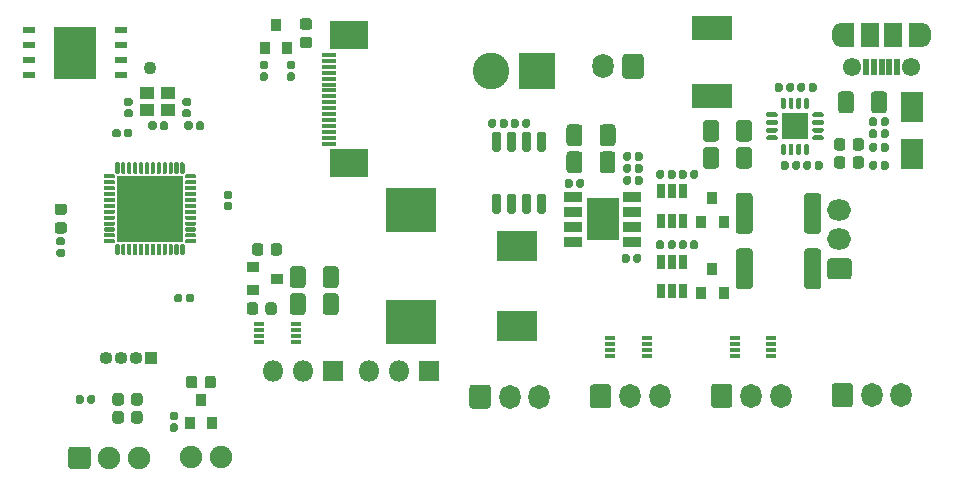
<source format=gts>
G04 #@! TF.GenerationSoftware,KiCad,Pcbnew,(5.1.6)-1*
G04 #@! TF.CreationDate,2021-02-25T15:27:45+08:00*
G04 #@! TF.ProjectId,Light_detector_V1.0,4c696768-745f-4646-9574-6563746f725f,rev?*
G04 #@! TF.SameCoordinates,Original*
G04 #@! TF.FileFunction,Soldermask,Top*
G04 #@! TF.FilePolarity,Negative*
%FSLAX46Y46*%
G04 Gerber Fmt 4.6, Leading zero omitted, Abs format (unit mm)*
G04 Created by KiCad (PCBNEW (5.1.6)-1) date 2021-02-25 15:27:45*
%MOMM*%
%LPD*%
G01*
G04 APERTURE LIST*
%ADD10O,1.800000X2.100000*%
%ADD11C,3.100000*%
%ADD12R,3.100000X3.100000*%
%ADD13R,1.250000X1.100000*%
%ADD14R,0.850000X0.350000*%
%ADD15R,3.550000X4.450000*%
%ADD16R,1.050000X0.550000*%
%ADD17C,1.900000*%
%ADD18R,5.700000X5.700000*%
%ADD19R,1.000000X0.900000*%
%ADD20R,2.200000X2.200000*%
%ADD21C,1.100000*%
%ADD22R,0.900000X1.000000*%
%ADD23R,4.200000X3.700000*%
%ADD24R,3.500000X2.100000*%
%ADD25O,1.800000X2.050000*%
%ADD26O,1.800000X1.800000*%
%ADD27R,1.800000X1.800000*%
%ADD28R,3.200000X2.400000*%
%ADD29R,1.200000X0.400000*%
%ADD30O,1.100000X1.100000*%
%ADD31R,1.100000X1.100000*%
%ADD32O,2.050000X1.800000*%
%ADD33R,1.300000X2.000000*%
%ADD34O,1.300000X2.000000*%
%ADD35R,1.600000X2.000000*%
%ADD36C,1.550000*%
%ADD37R,0.500000X1.450000*%
%ADD38R,2.713000X3.602000*%
%ADD39R,1.605000X0.902000*%
%ADD40R,0.700000X1.250000*%
%ADD41R,3.400000X2.600000*%
%ADD42R,1.900000X2.600000*%
G04 APERTURE END LIST*
G36*
G01*
X74216000Y-32121500D02*
X74216000Y-32516500D01*
G75*
G02*
X74043500Y-32689000I-172500J0D01*
G01*
X73698500Y-32689000D01*
G75*
G02*
X73526000Y-32516500I0J172500D01*
G01*
X73526000Y-32121500D01*
G75*
G02*
X73698500Y-31949000I172500J0D01*
G01*
X74043500Y-31949000D01*
G75*
G02*
X74216000Y-32121500I0J-172500D01*
G01*
G37*
G36*
G01*
X75186000Y-32121500D02*
X75186000Y-32516500D01*
G75*
G02*
X75013500Y-32689000I-172500J0D01*
G01*
X74668500Y-32689000D01*
G75*
G02*
X74496000Y-32516500I0J172500D01*
G01*
X74496000Y-32121500D01*
G75*
G02*
X74668500Y-31949000I172500J0D01*
G01*
X75013500Y-31949000D01*
G75*
G02*
X75186000Y-32121500I0J-172500D01*
G01*
G37*
G36*
G01*
X27861000Y-52695500D02*
X27861000Y-53090500D01*
G75*
G02*
X27688500Y-53263000I-172500J0D01*
G01*
X27343500Y-53263000D01*
G75*
G02*
X27171000Y-53090500I0J172500D01*
G01*
X27171000Y-52695500D01*
G75*
G02*
X27343500Y-52523000I172500J0D01*
G01*
X27688500Y-52523000D01*
G75*
G02*
X27861000Y-52695500I0J-172500D01*
G01*
G37*
G36*
G01*
X28831000Y-52695500D02*
X28831000Y-53090500D01*
G75*
G02*
X28658500Y-53263000I-172500J0D01*
G01*
X28313500Y-53263000D01*
G75*
G02*
X28141000Y-53090500I0J172500D01*
G01*
X28141000Y-52695500D01*
G75*
G02*
X28313500Y-52523000I172500J0D01*
G01*
X28658500Y-52523000D01*
G75*
G02*
X28831000Y-52695500I0J-172500D01*
G01*
G37*
G36*
G01*
X45597500Y-24940000D02*
X45202500Y-24940000D01*
G75*
G02*
X45030000Y-24767500I0J172500D01*
G01*
X45030000Y-24422500D01*
G75*
G02*
X45202500Y-24250000I172500J0D01*
G01*
X45597500Y-24250000D01*
G75*
G02*
X45770000Y-24422500I0J-172500D01*
G01*
X45770000Y-24767500D01*
G75*
G02*
X45597500Y-24940000I-172500J0D01*
G01*
G37*
G36*
G01*
X45597500Y-25910000D02*
X45202500Y-25910000D01*
G75*
G02*
X45030000Y-25737500I0J172500D01*
G01*
X45030000Y-25392500D01*
G75*
G02*
X45202500Y-25220000I172500J0D01*
G01*
X45597500Y-25220000D01*
G75*
G02*
X45770000Y-25392500I0J-172500D01*
G01*
X45770000Y-25737500D01*
G75*
G02*
X45597500Y-25910000I-172500J0D01*
G01*
G37*
G36*
G01*
X35691500Y-54658000D02*
X35296500Y-54658000D01*
G75*
G02*
X35124000Y-54485500I0J172500D01*
G01*
X35124000Y-54140500D01*
G75*
G02*
X35296500Y-53968000I172500J0D01*
G01*
X35691500Y-53968000D01*
G75*
G02*
X35864000Y-54140500I0J-172500D01*
G01*
X35864000Y-54485500D01*
G75*
G02*
X35691500Y-54658000I-172500J0D01*
G01*
G37*
G36*
G01*
X35691500Y-55628000D02*
X35296500Y-55628000D01*
G75*
G02*
X35124000Y-55455500I0J172500D01*
G01*
X35124000Y-55110500D01*
G75*
G02*
X35296500Y-54938000I172500J0D01*
G01*
X35691500Y-54938000D01*
G75*
G02*
X35864000Y-55110500I0J-172500D01*
G01*
X35864000Y-55455500D01*
G75*
G02*
X35691500Y-55628000I-172500J0D01*
G01*
G37*
G36*
G01*
X42916500Y-25220000D02*
X43311500Y-25220000D01*
G75*
G02*
X43484000Y-25392500I0J-172500D01*
G01*
X43484000Y-25737500D01*
G75*
G02*
X43311500Y-25910000I-172500J0D01*
G01*
X42916500Y-25910000D01*
G75*
G02*
X42744000Y-25737500I0J172500D01*
G01*
X42744000Y-25392500D01*
G75*
G02*
X42916500Y-25220000I172500J0D01*
G01*
G37*
G36*
G01*
X42916500Y-24250000D02*
X43311500Y-24250000D01*
G75*
G02*
X43484000Y-24422500I0J-172500D01*
G01*
X43484000Y-24767500D01*
G75*
G02*
X43311500Y-24940000I-172500J0D01*
G01*
X42916500Y-24940000D01*
G75*
G02*
X42744000Y-24767500I0J172500D01*
G01*
X42744000Y-24422500D01*
G75*
G02*
X42916500Y-24250000I172500J0D01*
G01*
G37*
G36*
G01*
X34303000Y-29915500D02*
X34303000Y-29520500D01*
G75*
G02*
X34475500Y-29348000I172500J0D01*
G01*
X34820500Y-29348000D01*
G75*
G02*
X34993000Y-29520500I0J-172500D01*
G01*
X34993000Y-29915500D01*
G75*
G02*
X34820500Y-30088000I-172500J0D01*
G01*
X34475500Y-30088000D01*
G75*
G02*
X34303000Y-29915500I0J172500D01*
G01*
G37*
G36*
G01*
X33333000Y-29915500D02*
X33333000Y-29520500D01*
G75*
G02*
X33505500Y-29348000I172500J0D01*
G01*
X33850500Y-29348000D01*
G75*
G02*
X34023000Y-29520500I0J-172500D01*
G01*
X34023000Y-29915500D01*
G75*
G02*
X33850500Y-30088000I-172500J0D01*
G01*
X33505500Y-30088000D01*
G75*
G02*
X33333000Y-29915500I0J172500D01*
G01*
G37*
G36*
G01*
X40266000Y-35928000D02*
X39871000Y-35928000D01*
G75*
G02*
X39698500Y-35755500I0J172500D01*
G01*
X39698500Y-35410500D01*
G75*
G02*
X39871000Y-35238000I172500J0D01*
G01*
X40266000Y-35238000D01*
G75*
G02*
X40438500Y-35410500I0J-172500D01*
G01*
X40438500Y-35755500D01*
G75*
G02*
X40266000Y-35928000I-172500J0D01*
G01*
G37*
G36*
G01*
X40266000Y-36898000D02*
X39871000Y-36898000D01*
G75*
G02*
X39698500Y-36725500I0J172500D01*
G01*
X39698500Y-36380500D01*
G75*
G02*
X39871000Y-36208000I172500J0D01*
G01*
X40266000Y-36208000D01*
G75*
G02*
X40438500Y-36380500I0J-172500D01*
G01*
X40438500Y-36725500D01*
G75*
G02*
X40266000Y-36898000I-172500J0D01*
G01*
G37*
G36*
G01*
X87831000Y-33278500D02*
X87831000Y-32883500D01*
G75*
G02*
X88003500Y-32711000I172500J0D01*
G01*
X88348500Y-32711000D01*
G75*
G02*
X88521000Y-32883500I0J-172500D01*
G01*
X88521000Y-33278500D01*
G75*
G02*
X88348500Y-33451000I-172500J0D01*
G01*
X88003500Y-33451000D01*
G75*
G02*
X87831000Y-33278500I0J172500D01*
G01*
G37*
G36*
G01*
X86861000Y-33278500D02*
X86861000Y-32883500D01*
G75*
G02*
X87033500Y-32711000I172500J0D01*
G01*
X87378500Y-32711000D01*
G75*
G02*
X87551000Y-32883500I0J-172500D01*
G01*
X87551000Y-33278500D01*
G75*
G02*
X87378500Y-33451000I-172500J0D01*
G01*
X87033500Y-33451000D01*
G75*
G02*
X86861000Y-33278500I0J172500D01*
G01*
G37*
G36*
G01*
X95324000Y-33278500D02*
X95324000Y-32883500D01*
G75*
G02*
X95496500Y-32711000I172500J0D01*
G01*
X95841500Y-32711000D01*
G75*
G02*
X96014000Y-32883500I0J-172500D01*
G01*
X96014000Y-33278500D01*
G75*
G02*
X95841500Y-33451000I-172500J0D01*
G01*
X95496500Y-33451000D01*
G75*
G02*
X95324000Y-33278500I0J172500D01*
G01*
G37*
G36*
G01*
X94354000Y-33278500D02*
X94354000Y-32883500D01*
G75*
G02*
X94526500Y-32711000I172500J0D01*
G01*
X94871500Y-32711000D01*
G75*
G02*
X95044000Y-32883500I0J-172500D01*
G01*
X95044000Y-33278500D01*
G75*
G02*
X94871500Y-33451000I-172500J0D01*
G01*
X94526500Y-33451000D01*
G75*
G02*
X94354000Y-33278500I0J172500D01*
G01*
G37*
G36*
G01*
X95324000Y-31754500D02*
X95324000Y-31359500D01*
G75*
G02*
X95496500Y-31187000I172500J0D01*
G01*
X95841500Y-31187000D01*
G75*
G02*
X96014000Y-31359500I0J-172500D01*
G01*
X96014000Y-31754500D01*
G75*
G02*
X95841500Y-31927000I-172500J0D01*
G01*
X95496500Y-31927000D01*
G75*
G02*
X95324000Y-31754500I0J172500D01*
G01*
G37*
G36*
G01*
X94354000Y-31754500D02*
X94354000Y-31359500D01*
G75*
G02*
X94526500Y-31187000I172500J0D01*
G01*
X94871500Y-31187000D01*
G75*
G02*
X95044000Y-31359500I0J-172500D01*
G01*
X95044000Y-31754500D01*
G75*
G02*
X94871500Y-31927000I-172500J0D01*
G01*
X94526500Y-31927000D01*
G75*
G02*
X94354000Y-31754500I0J172500D01*
G01*
G37*
G36*
G01*
X74496000Y-34548500D02*
X74496000Y-34153500D01*
G75*
G02*
X74668500Y-33981000I172500J0D01*
G01*
X75013500Y-33981000D01*
G75*
G02*
X75186000Y-34153500I0J-172500D01*
G01*
X75186000Y-34548500D01*
G75*
G02*
X75013500Y-34721000I-172500J0D01*
G01*
X74668500Y-34721000D01*
G75*
G02*
X74496000Y-34548500I0J172500D01*
G01*
G37*
G36*
G01*
X73526000Y-34548500D02*
X73526000Y-34153500D01*
G75*
G02*
X73698500Y-33981000I172500J0D01*
G01*
X74043500Y-33981000D01*
G75*
G02*
X74216000Y-34153500I0J-172500D01*
G01*
X74216000Y-34548500D01*
G75*
G02*
X74043500Y-34721000I-172500J0D01*
G01*
X73698500Y-34721000D01*
G75*
G02*
X73526000Y-34548500I0J172500D01*
G01*
G37*
G36*
G01*
X74216000Y-33137500D02*
X74216000Y-33532500D01*
G75*
G02*
X74043500Y-33705000I-172500J0D01*
G01*
X73698500Y-33705000D01*
G75*
G02*
X73526000Y-33532500I0J172500D01*
G01*
X73526000Y-33137500D01*
G75*
G02*
X73698500Y-32965000I172500J0D01*
G01*
X74043500Y-32965000D01*
G75*
G02*
X74216000Y-33137500I0J-172500D01*
G01*
G37*
G36*
G01*
X75186000Y-33137500D02*
X75186000Y-33532500D01*
G75*
G02*
X75013500Y-33705000I-172500J0D01*
G01*
X74668500Y-33705000D01*
G75*
G02*
X74496000Y-33532500I0J172500D01*
G01*
X74496000Y-33137500D01*
G75*
G02*
X74668500Y-32965000I172500J0D01*
G01*
X75013500Y-32965000D01*
G75*
G02*
X75186000Y-33137500I0J-172500D01*
G01*
G37*
G36*
G01*
X63066000Y-29722500D02*
X63066000Y-29327500D01*
G75*
G02*
X63238500Y-29155000I172500J0D01*
G01*
X63583500Y-29155000D01*
G75*
G02*
X63756000Y-29327500I0J-172500D01*
G01*
X63756000Y-29722500D01*
G75*
G02*
X63583500Y-29895000I-172500J0D01*
G01*
X63238500Y-29895000D01*
G75*
G02*
X63066000Y-29722500I0J172500D01*
G01*
G37*
G36*
G01*
X62096000Y-29722500D02*
X62096000Y-29327500D01*
G75*
G02*
X62268500Y-29155000I172500J0D01*
G01*
X62613500Y-29155000D01*
G75*
G02*
X62786000Y-29327500I0J-172500D01*
G01*
X62786000Y-29722500D01*
G75*
G02*
X62613500Y-29895000I-172500J0D01*
G01*
X62268500Y-29895000D01*
G75*
G02*
X62096000Y-29722500I0J172500D01*
G01*
G37*
G36*
G01*
X95324000Y-30611500D02*
X95324000Y-30216500D01*
G75*
G02*
X95496500Y-30044000I172500J0D01*
G01*
X95841500Y-30044000D01*
G75*
G02*
X96014000Y-30216500I0J-172500D01*
G01*
X96014000Y-30611500D01*
G75*
G02*
X95841500Y-30784000I-172500J0D01*
G01*
X95496500Y-30784000D01*
G75*
G02*
X95324000Y-30611500I0J172500D01*
G01*
G37*
G36*
G01*
X94354000Y-30611500D02*
X94354000Y-30216500D01*
G75*
G02*
X94526500Y-30044000I172500J0D01*
G01*
X94871500Y-30044000D01*
G75*
G02*
X95044000Y-30216500I0J-172500D01*
G01*
X95044000Y-30611500D01*
G75*
G02*
X94871500Y-30784000I-172500J0D01*
G01*
X94526500Y-30784000D01*
G75*
G02*
X94354000Y-30611500I0J172500D01*
G01*
G37*
G36*
G01*
X64971000Y-29722500D02*
X64971000Y-29327500D01*
G75*
G02*
X65143500Y-29155000I172500J0D01*
G01*
X65488500Y-29155000D01*
G75*
G02*
X65661000Y-29327500I0J-172500D01*
G01*
X65661000Y-29722500D01*
G75*
G02*
X65488500Y-29895000I-172500J0D01*
G01*
X65143500Y-29895000D01*
G75*
G02*
X64971000Y-29722500I0J172500D01*
G01*
G37*
G36*
G01*
X64001000Y-29722500D02*
X64001000Y-29327500D01*
G75*
G02*
X64173500Y-29155000I172500J0D01*
G01*
X64518500Y-29155000D01*
G75*
G02*
X64691000Y-29327500I0J-172500D01*
G01*
X64691000Y-29722500D01*
G75*
G02*
X64518500Y-29895000I-172500J0D01*
G01*
X64173500Y-29895000D01*
G75*
G02*
X64001000Y-29722500I0J172500D01*
G01*
G37*
G36*
G01*
X69263000Y-34407500D02*
X69263000Y-34802500D01*
G75*
G02*
X69090500Y-34975000I-172500J0D01*
G01*
X68745500Y-34975000D01*
G75*
G02*
X68573000Y-34802500I0J172500D01*
G01*
X68573000Y-34407500D01*
G75*
G02*
X68745500Y-34235000I172500J0D01*
G01*
X69090500Y-34235000D01*
G75*
G02*
X69263000Y-34407500I0J-172500D01*
G01*
G37*
G36*
G01*
X70233000Y-34407500D02*
X70233000Y-34802500D01*
G75*
G02*
X70060500Y-34975000I-172500J0D01*
G01*
X69715500Y-34975000D01*
G75*
G02*
X69543000Y-34802500I0J172500D01*
G01*
X69543000Y-34407500D01*
G75*
G02*
X69715500Y-34235000I172500J0D01*
G01*
X70060500Y-34235000D01*
G75*
G02*
X70233000Y-34407500I0J-172500D01*
G01*
G37*
G36*
G01*
X95044000Y-29200500D02*
X95044000Y-29595500D01*
G75*
G02*
X94871500Y-29768000I-172500J0D01*
G01*
X94526500Y-29768000D01*
G75*
G02*
X94354000Y-29595500I0J172500D01*
G01*
X94354000Y-29200500D01*
G75*
G02*
X94526500Y-29028000I172500J0D01*
G01*
X94871500Y-29028000D01*
G75*
G02*
X95044000Y-29200500I0J-172500D01*
G01*
G37*
G36*
G01*
X96014000Y-29200500D02*
X96014000Y-29595500D01*
G75*
G02*
X95841500Y-29768000I-172500J0D01*
G01*
X95496500Y-29768000D01*
G75*
G02*
X95324000Y-29595500I0J172500D01*
G01*
X95324000Y-29200500D01*
G75*
G02*
X95496500Y-29028000I172500J0D01*
G01*
X95841500Y-29028000D01*
G75*
G02*
X96014000Y-29200500I0J-172500D01*
G01*
G37*
G36*
G01*
X78915000Y-39614500D02*
X78915000Y-40009500D01*
G75*
G02*
X78742500Y-40182000I-172500J0D01*
G01*
X78397500Y-40182000D01*
G75*
G02*
X78225000Y-40009500I0J172500D01*
G01*
X78225000Y-39614500D01*
G75*
G02*
X78397500Y-39442000I172500J0D01*
G01*
X78742500Y-39442000D01*
G75*
G02*
X78915000Y-39614500I0J-172500D01*
G01*
G37*
G36*
G01*
X79885000Y-39614500D02*
X79885000Y-40009500D01*
G75*
G02*
X79712500Y-40182000I-172500J0D01*
G01*
X79367500Y-40182000D01*
G75*
G02*
X79195000Y-40009500I0J172500D01*
G01*
X79195000Y-39614500D01*
G75*
G02*
X79367500Y-39442000I172500J0D01*
G01*
X79712500Y-39442000D01*
G75*
G02*
X79885000Y-39614500I0J-172500D01*
G01*
G37*
G36*
G01*
X78915000Y-33645500D02*
X78915000Y-34040500D01*
G75*
G02*
X78742500Y-34213000I-172500J0D01*
G01*
X78397500Y-34213000D01*
G75*
G02*
X78225000Y-34040500I0J172500D01*
G01*
X78225000Y-33645500D01*
G75*
G02*
X78397500Y-33473000I172500J0D01*
G01*
X78742500Y-33473000D01*
G75*
G02*
X78915000Y-33645500I0J-172500D01*
G01*
G37*
G36*
G01*
X79885000Y-33645500D02*
X79885000Y-34040500D01*
G75*
G02*
X79712500Y-34213000I-172500J0D01*
G01*
X79367500Y-34213000D01*
G75*
G02*
X79195000Y-34040500I0J172500D01*
G01*
X79195000Y-33645500D01*
G75*
G02*
X79367500Y-33473000I172500J0D01*
G01*
X79712500Y-33473000D01*
G75*
G02*
X79885000Y-33645500I0J-172500D01*
G01*
G37*
G36*
G01*
X31255000Y-30550500D02*
X31255000Y-30155500D01*
G75*
G02*
X31427500Y-29983000I172500J0D01*
G01*
X31772500Y-29983000D01*
G75*
G02*
X31945000Y-30155500I0J-172500D01*
G01*
X31945000Y-30550500D01*
G75*
G02*
X31772500Y-30723000I-172500J0D01*
G01*
X31427500Y-30723000D01*
G75*
G02*
X31255000Y-30550500I0J172500D01*
G01*
G37*
G36*
G01*
X30285000Y-30550500D02*
X30285000Y-30155500D01*
G75*
G02*
X30457500Y-29983000I172500J0D01*
G01*
X30802500Y-29983000D01*
G75*
G02*
X30975000Y-30155500I0J-172500D01*
G01*
X30975000Y-30550500D01*
G75*
G02*
X30802500Y-30723000I-172500J0D01*
G01*
X30457500Y-30723000D01*
G75*
G02*
X30285000Y-30550500I0J172500D01*
G01*
G37*
G36*
G01*
X26105500Y-39865000D02*
X25710500Y-39865000D01*
G75*
G02*
X25538000Y-39692500I0J172500D01*
G01*
X25538000Y-39347500D01*
G75*
G02*
X25710500Y-39175000I172500J0D01*
G01*
X26105500Y-39175000D01*
G75*
G02*
X26278000Y-39347500I0J-172500D01*
G01*
X26278000Y-39692500D01*
G75*
G02*
X26105500Y-39865000I-172500J0D01*
G01*
G37*
G36*
G01*
X26105500Y-40835000D02*
X25710500Y-40835000D01*
G75*
G02*
X25538000Y-40662500I0J172500D01*
G01*
X25538000Y-40317500D01*
G75*
G02*
X25710500Y-40145000I172500J0D01*
G01*
X26105500Y-40145000D01*
G75*
G02*
X26278000Y-40317500I0J-172500D01*
G01*
X26278000Y-40662500D01*
G75*
G02*
X26105500Y-40835000I-172500J0D01*
G01*
G37*
G36*
G01*
X36205000Y-44125500D02*
X36205000Y-44520500D01*
G75*
G02*
X36032500Y-44693000I-172500J0D01*
G01*
X35687500Y-44693000D01*
G75*
G02*
X35515000Y-44520500I0J172500D01*
G01*
X35515000Y-44125500D01*
G75*
G02*
X35687500Y-43953000I172500J0D01*
G01*
X36032500Y-43953000D01*
G75*
G02*
X36205000Y-44125500I0J-172500D01*
G01*
G37*
G36*
G01*
X37175000Y-44125500D02*
X37175000Y-44520500D01*
G75*
G02*
X37002500Y-44693000I-172500J0D01*
G01*
X36657500Y-44693000D01*
G75*
G02*
X36485000Y-44520500I0J172500D01*
G01*
X36485000Y-44125500D01*
G75*
G02*
X36657500Y-43953000I172500J0D01*
G01*
X37002500Y-43953000D01*
G75*
G02*
X37175000Y-44125500I0J-172500D01*
G01*
G37*
G36*
G01*
X37351000Y-29915500D02*
X37351000Y-29520500D01*
G75*
G02*
X37523500Y-29348000I172500J0D01*
G01*
X37868500Y-29348000D01*
G75*
G02*
X38041000Y-29520500I0J-172500D01*
G01*
X38041000Y-29915500D01*
G75*
G02*
X37868500Y-30088000I-172500J0D01*
G01*
X37523500Y-30088000D01*
G75*
G02*
X37351000Y-29915500I0J172500D01*
G01*
G37*
G36*
G01*
X36381000Y-29915500D02*
X36381000Y-29520500D01*
G75*
G02*
X36553500Y-29348000I172500J0D01*
G01*
X36898500Y-29348000D01*
G75*
G02*
X37071000Y-29520500I0J-172500D01*
G01*
X37071000Y-29915500D01*
G75*
G02*
X36898500Y-30088000I-172500J0D01*
G01*
X36553500Y-30088000D01*
G75*
G02*
X36381000Y-29915500I0J172500D01*
G01*
G37*
G36*
G01*
X31425500Y-28334000D02*
X31820500Y-28334000D01*
G75*
G02*
X31993000Y-28506500I0J-172500D01*
G01*
X31993000Y-28851500D01*
G75*
G02*
X31820500Y-29024000I-172500J0D01*
G01*
X31425500Y-29024000D01*
G75*
G02*
X31253000Y-28851500I0J172500D01*
G01*
X31253000Y-28506500D01*
G75*
G02*
X31425500Y-28334000I172500J0D01*
G01*
G37*
G36*
G01*
X31425500Y-27364000D02*
X31820500Y-27364000D01*
G75*
G02*
X31993000Y-27536500I0J-172500D01*
G01*
X31993000Y-27881500D01*
G75*
G02*
X31820500Y-28054000I-172500J0D01*
G01*
X31425500Y-28054000D01*
G75*
G02*
X31253000Y-27881500I0J172500D01*
G01*
X31253000Y-27536500D01*
G75*
G02*
X31425500Y-27364000I172500J0D01*
G01*
G37*
G36*
G01*
X36378500Y-28334000D02*
X36773500Y-28334000D01*
G75*
G02*
X36946000Y-28506500I0J-172500D01*
G01*
X36946000Y-28851500D01*
G75*
G02*
X36773500Y-29024000I-172500J0D01*
G01*
X36378500Y-29024000D01*
G75*
G02*
X36206000Y-28851500I0J172500D01*
G01*
X36206000Y-28506500D01*
G75*
G02*
X36378500Y-28334000I172500J0D01*
G01*
G37*
G36*
G01*
X36378500Y-27364000D02*
X36773500Y-27364000D01*
G75*
G02*
X36946000Y-27536500I0J-172500D01*
G01*
X36946000Y-27881500D01*
G75*
G02*
X36773500Y-28054000I-172500J0D01*
G01*
X36378500Y-28054000D01*
G75*
G02*
X36206000Y-27881500I0J172500D01*
G01*
X36206000Y-27536500D01*
G75*
G02*
X36378500Y-27364000I172500J0D01*
G01*
G37*
G36*
G01*
X89736000Y-33278500D02*
X89736000Y-32883500D01*
G75*
G02*
X89908500Y-32711000I172500J0D01*
G01*
X90253500Y-32711000D01*
G75*
G02*
X90426000Y-32883500I0J-172500D01*
G01*
X90426000Y-33278500D01*
G75*
G02*
X90253500Y-33451000I-172500J0D01*
G01*
X89908500Y-33451000D01*
G75*
G02*
X89736000Y-33278500I0J172500D01*
G01*
G37*
G36*
G01*
X88766000Y-33278500D02*
X88766000Y-32883500D01*
G75*
G02*
X88938500Y-32711000I172500J0D01*
G01*
X89283500Y-32711000D01*
G75*
G02*
X89456000Y-32883500I0J-172500D01*
G01*
X89456000Y-33278500D01*
G75*
G02*
X89283500Y-33451000I-172500J0D01*
G01*
X88938500Y-33451000D01*
G75*
G02*
X88766000Y-33278500I0J172500D01*
G01*
G37*
G36*
G01*
X87323000Y-26674500D02*
X87323000Y-26279500D01*
G75*
G02*
X87495500Y-26107000I172500J0D01*
G01*
X87840500Y-26107000D01*
G75*
G02*
X88013000Y-26279500I0J-172500D01*
G01*
X88013000Y-26674500D01*
G75*
G02*
X87840500Y-26847000I-172500J0D01*
G01*
X87495500Y-26847000D01*
G75*
G02*
X87323000Y-26674500I0J172500D01*
G01*
G37*
G36*
G01*
X86353000Y-26674500D02*
X86353000Y-26279500D01*
G75*
G02*
X86525500Y-26107000I172500J0D01*
G01*
X86870500Y-26107000D01*
G75*
G02*
X87043000Y-26279500I0J-172500D01*
G01*
X87043000Y-26674500D01*
G75*
G02*
X86870500Y-26847000I-172500J0D01*
G01*
X86525500Y-26847000D01*
G75*
G02*
X86353000Y-26674500I0J172500D01*
G01*
G37*
G36*
G01*
X89228000Y-26674500D02*
X89228000Y-26279500D01*
G75*
G02*
X89400500Y-26107000I172500J0D01*
G01*
X89745500Y-26107000D01*
G75*
G02*
X89918000Y-26279500I0J-172500D01*
G01*
X89918000Y-26674500D01*
G75*
G02*
X89745500Y-26847000I-172500J0D01*
G01*
X89400500Y-26847000D01*
G75*
G02*
X89228000Y-26674500I0J172500D01*
G01*
G37*
G36*
G01*
X88258000Y-26674500D02*
X88258000Y-26279500D01*
G75*
G02*
X88430500Y-26107000I172500J0D01*
G01*
X88775500Y-26107000D01*
G75*
G02*
X88948000Y-26279500I0J-172500D01*
G01*
X88948000Y-26674500D01*
G75*
G02*
X88775500Y-26847000I-172500J0D01*
G01*
X88430500Y-26847000D01*
G75*
G02*
X88258000Y-26674500I0J172500D01*
G01*
G37*
G36*
G01*
X77010000Y-39614500D02*
X77010000Y-40009500D01*
G75*
G02*
X76837500Y-40182000I-172500J0D01*
G01*
X76492500Y-40182000D01*
G75*
G02*
X76320000Y-40009500I0J172500D01*
G01*
X76320000Y-39614500D01*
G75*
G02*
X76492500Y-39442000I172500J0D01*
G01*
X76837500Y-39442000D01*
G75*
G02*
X77010000Y-39614500I0J-172500D01*
G01*
G37*
G36*
G01*
X77980000Y-39614500D02*
X77980000Y-40009500D01*
G75*
G02*
X77807500Y-40182000I-172500J0D01*
G01*
X77462500Y-40182000D01*
G75*
G02*
X77290000Y-40009500I0J172500D01*
G01*
X77290000Y-39614500D01*
G75*
G02*
X77462500Y-39442000I172500J0D01*
G01*
X77807500Y-39442000D01*
G75*
G02*
X77980000Y-39614500I0J-172500D01*
G01*
G37*
G36*
G01*
X77010000Y-33645500D02*
X77010000Y-34040500D01*
G75*
G02*
X76837500Y-34213000I-172500J0D01*
G01*
X76492500Y-34213000D01*
G75*
G02*
X76320000Y-34040500I0J172500D01*
G01*
X76320000Y-33645500D01*
G75*
G02*
X76492500Y-33473000I172500J0D01*
G01*
X76837500Y-33473000D01*
G75*
G02*
X77010000Y-33645500I0J-172500D01*
G01*
G37*
G36*
G01*
X77980000Y-33645500D02*
X77980000Y-34040500D01*
G75*
G02*
X77807500Y-34213000I-172500J0D01*
G01*
X77462500Y-34213000D01*
G75*
G02*
X77290000Y-34040500I0J172500D01*
G01*
X77290000Y-33645500D01*
G75*
G02*
X77462500Y-33473000I172500J0D01*
G01*
X77807500Y-33473000D01*
G75*
G02*
X77980000Y-33645500I0J-172500D01*
G01*
G37*
G36*
G01*
X74369000Y-41152500D02*
X74369000Y-40757500D01*
G75*
G02*
X74541500Y-40585000I172500J0D01*
G01*
X74886500Y-40585000D01*
G75*
G02*
X75059000Y-40757500I0J-172500D01*
G01*
X75059000Y-41152500D01*
G75*
G02*
X74886500Y-41325000I-172500J0D01*
G01*
X74541500Y-41325000D01*
G75*
G02*
X74369000Y-41152500I0J172500D01*
G01*
G37*
G36*
G01*
X73399000Y-41152500D02*
X73399000Y-40757500D01*
G75*
G02*
X73571500Y-40585000I172500J0D01*
G01*
X73916500Y-40585000D01*
G75*
G02*
X74089000Y-40757500I0J-172500D01*
G01*
X74089000Y-41152500D01*
G75*
G02*
X73916500Y-41325000I-172500J0D01*
G01*
X73571500Y-41325000D01*
G75*
G02*
X73399000Y-41152500I0J172500D01*
G01*
G37*
D10*
X71856000Y-24699000D03*
G36*
G01*
X75256000Y-23913706D02*
X75256000Y-25484294D01*
G75*
G02*
X74991294Y-25749000I-264706J0D01*
G01*
X73720706Y-25749000D01*
G75*
G02*
X73456000Y-25484294I0J264706D01*
G01*
X73456000Y-23913706D01*
G75*
G02*
X73720706Y-23649000I264706J0D01*
G01*
X74991294Y-23649000D01*
G75*
G02*
X75256000Y-23913706I0J-264706D01*
G01*
G37*
D11*
X62348000Y-25080000D03*
D12*
X66228000Y-25080000D03*
G36*
G01*
X84500000Y-40387518D02*
X84500000Y-43300482D01*
G75*
G02*
X84231482Y-43569000I-268518J0D01*
G01*
X83318518Y-43569000D01*
G75*
G02*
X83050000Y-43300482I0J268518D01*
G01*
X83050000Y-40387518D01*
G75*
G02*
X83318518Y-40119000I268518J0D01*
G01*
X84231482Y-40119000D01*
G75*
G02*
X84500000Y-40387518I0J-268518D01*
G01*
G37*
G36*
G01*
X90300000Y-40387518D02*
X90300000Y-43300482D01*
G75*
G02*
X90031482Y-43569000I-268518J0D01*
G01*
X89118518Y-43569000D01*
G75*
G02*
X88850000Y-43300482I0J268518D01*
G01*
X88850000Y-40387518D01*
G75*
G02*
X89118518Y-40119000I268518J0D01*
G01*
X90031482Y-40119000D01*
G75*
G02*
X90300000Y-40387518I0J-268518D01*
G01*
G37*
G36*
G01*
X84495000Y-35688518D02*
X84495000Y-38601482D01*
G75*
G02*
X84226482Y-38870000I-268518J0D01*
G01*
X83313518Y-38870000D01*
G75*
G02*
X83045000Y-38601482I0J268518D01*
G01*
X83045000Y-35688518D01*
G75*
G02*
X83313518Y-35420000I268518J0D01*
G01*
X84226482Y-35420000D01*
G75*
G02*
X84495000Y-35688518I0J-268518D01*
G01*
G37*
G36*
G01*
X90295000Y-35688518D02*
X90295000Y-38601482D01*
G75*
G02*
X90026482Y-38870000I-268518J0D01*
G01*
X89113518Y-38870000D01*
G75*
G02*
X88845000Y-38601482I0J268518D01*
G01*
X88845000Y-35688518D01*
G75*
G02*
X89113518Y-35420000I268518J0D01*
G01*
X90026482Y-35420000D01*
G75*
G02*
X90295000Y-35688518I0J-268518D01*
G01*
G37*
D13*
X33236000Y-26982000D03*
X34986000Y-26982000D03*
X34986000Y-28382000D03*
X33236000Y-28382000D03*
G36*
G01*
X62974000Y-31966000D02*
X62624000Y-31966000D01*
G75*
G02*
X62449000Y-31791000I0J175000D01*
G01*
X62449000Y-30391000D01*
G75*
G02*
X62624000Y-30216000I175000J0D01*
G01*
X62974000Y-30216000D01*
G75*
G02*
X63149000Y-30391000I0J-175000D01*
G01*
X63149000Y-31791000D01*
G75*
G02*
X62974000Y-31966000I-175000J0D01*
G01*
G37*
G36*
G01*
X64244000Y-31966000D02*
X63894000Y-31966000D01*
G75*
G02*
X63719000Y-31791000I0J175000D01*
G01*
X63719000Y-30391000D01*
G75*
G02*
X63894000Y-30216000I175000J0D01*
G01*
X64244000Y-30216000D01*
G75*
G02*
X64419000Y-30391000I0J-175000D01*
G01*
X64419000Y-31791000D01*
G75*
G02*
X64244000Y-31966000I-175000J0D01*
G01*
G37*
G36*
G01*
X65514000Y-31966000D02*
X65164000Y-31966000D01*
G75*
G02*
X64989000Y-31791000I0J175000D01*
G01*
X64989000Y-30391000D01*
G75*
G02*
X65164000Y-30216000I175000J0D01*
G01*
X65514000Y-30216000D01*
G75*
G02*
X65689000Y-30391000I0J-175000D01*
G01*
X65689000Y-31791000D01*
G75*
G02*
X65514000Y-31966000I-175000J0D01*
G01*
G37*
G36*
G01*
X66784000Y-31966000D02*
X66434000Y-31966000D01*
G75*
G02*
X66259000Y-31791000I0J175000D01*
G01*
X66259000Y-30391000D01*
G75*
G02*
X66434000Y-30216000I175000J0D01*
G01*
X66784000Y-30216000D01*
G75*
G02*
X66959000Y-30391000I0J-175000D01*
G01*
X66959000Y-31791000D01*
G75*
G02*
X66784000Y-31966000I-175000J0D01*
G01*
G37*
G36*
G01*
X66784000Y-37216000D02*
X66434000Y-37216000D01*
G75*
G02*
X66259000Y-37041000I0J175000D01*
G01*
X66259000Y-35641000D01*
G75*
G02*
X66434000Y-35466000I175000J0D01*
G01*
X66784000Y-35466000D01*
G75*
G02*
X66959000Y-35641000I0J-175000D01*
G01*
X66959000Y-37041000D01*
G75*
G02*
X66784000Y-37216000I-175000J0D01*
G01*
G37*
G36*
G01*
X65514000Y-37216000D02*
X65164000Y-37216000D01*
G75*
G02*
X64989000Y-37041000I0J175000D01*
G01*
X64989000Y-35641000D01*
G75*
G02*
X65164000Y-35466000I175000J0D01*
G01*
X65514000Y-35466000D01*
G75*
G02*
X65689000Y-35641000I0J-175000D01*
G01*
X65689000Y-37041000D01*
G75*
G02*
X65514000Y-37216000I-175000J0D01*
G01*
G37*
G36*
G01*
X64244000Y-37216000D02*
X63894000Y-37216000D01*
G75*
G02*
X63719000Y-37041000I0J175000D01*
G01*
X63719000Y-35641000D01*
G75*
G02*
X63894000Y-35466000I175000J0D01*
G01*
X64244000Y-35466000D01*
G75*
G02*
X64419000Y-35641000I0J-175000D01*
G01*
X64419000Y-37041000D01*
G75*
G02*
X64244000Y-37216000I-175000J0D01*
G01*
G37*
G36*
G01*
X62974000Y-37216000D02*
X62624000Y-37216000D01*
G75*
G02*
X62449000Y-37041000I0J175000D01*
G01*
X62449000Y-35641000D01*
G75*
G02*
X62624000Y-35466000I175000J0D01*
G01*
X62974000Y-35466000D01*
G75*
G02*
X63149000Y-35641000I0J-175000D01*
G01*
X63149000Y-37041000D01*
G75*
G02*
X62974000Y-37216000I-175000J0D01*
G01*
G37*
D14*
X75525000Y-47698000D03*
X75525000Y-48198000D03*
X75525000Y-48698000D03*
X75525000Y-49198000D03*
X72425000Y-49198000D03*
X72425000Y-48698000D03*
X72425000Y-48198000D03*
X72425000Y-47698000D03*
X42707000Y-48055000D03*
X42707000Y-47555000D03*
X42707000Y-47055000D03*
X42707000Y-46555000D03*
X45807000Y-46555000D03*
X45807000Y-47055000D03*
X45807000Y-47555000D03*
X45807000Y-48055000D03*
X82966000Y-49198000D03*
X82966000Y-48698000D03*
X82966000Y-48198000D03*
X82966000Y-47698000D03*
X86066000Y-47698000D03*
X86066000Y-48198000D03*
X86066000Y-48698000D03*
X86066000Y-49198000D03*
D15*
X27112000Y-23556000D03*
D16*
X23212000Y-25461000D03*
X23212000Y-24191000D03*
X23212000Y-22921000D03*
X23212000Y-21651000D03*
X31012000Y-21651000D03*
X31012000Y-22921000D03*
X31012000Y-24191000D03*
X31012000Y-25461000D03*
D17*
X32573000Y-57846000D03*
X30033000Y-57846000D03*
G36*
G01*
X26543000Y-58531900D02*
X26543000Y-57160100D01*
G75*
G02*
X26807100Y-56896000I264100J0D01*
G01*
X28178900Y-56896000D01*
G75*
G02*
X28443000Y-57160100I0J-264100D01*
G01*
X28443000Y-58531900D01*
G75*
G02*
X28178900Y-58796000I-264100J0D01*
G01*
X26807100Y-58796000D01*
G75*
G02*
X26543000Y-58531900I0J264100D01*
G01*
G37*
D18*
X33462000Y-36764000D03*
G36*
G01*
X36499500Y-33839000D02*
X37299500Y-33839000D01*
G75*
G02*
X37387000Y-33926500I0J-87500D01*
G01*
X37387000Y-34101500D01*
G75*
G02*
X37299500Y-34189000I-87500J0D01*
G01*
X36499500Y-34189000D01*
G75*
G02*
X36412000Y-34101500I0J87500D01*
G01*
X36412000Y-33926500D01*
G75*
G02*
X36499500Y-33839000I87500J0D01*
G01*
G37*
G36*
G01*
X36499500Y-34339000D02*
X37299500Y-34339000D01*
G75*
G02*
X37387000Y-34426500I0J-87500D01*
G01*
X37387000Y-34601500D01*
G75*
G02*
X37299500Y-34689000I-87500J0D01*
G01*
X36499500Y-34689000D01*
G75*
G02*
X36412000Y-34601500I0J87500D01*
G01*
X36412000Y-34426500D01*
G75*
G02*
X36499500Y-34339000I87500J0D01*
G01*
G37*
G36*
G01*
X36499500Y-34839000D02*
X37299500Y-34839000D01*
G75*
G02*
X37387000Y-34926500I0J-87500D01*
G01*
X37387000Y-35101500D01*
G75*
G02*
X37299500Y-35189000I-87500J0D01*
G01*
X36499500Y-35189000D01*
G75*
G02*
X36412000Y-35101500I0J87500D01*
G01*
X36412000Y-34926500D01*
G75*
G02*
X36499500Y-34839000I87500J0D01*
G01*
G37*
G36*
G01*
X36499500Y-35339000D02*
X37299500Y-35339000D01*
G75*
G02*
X37387000Y-35426500I0J-87500D01*
G01*
X37387000Y-35601500D01*
G75*
G02*
X37299500Y-35689000I-87500J0D01*
G01*
X36499500Y-35689000D01*
G75*
G02*
X36412000Y-35601500I0J87500D01*
G01*
X36412000Y-35426500D01*
G75*
G02*
X36499500Y-35339000I87500J0D01*
G01*
G37*
G36*
G01*
X36499500Y-35839000D02*
X37299500Y-35839000D01*
G75*
G02*
X37387000Y-35926500I0J-87500D01*
G01*
X37387000Y-36101500D01*
G75*
G02*
X37299500Y-36189000I-87500J0D01*
G01*
X36499500Y-36189000D01*
G75*
G02*
X36412000Y-36101500I0J87500D01*
G01*
X36412000Y-35926500D01*
G75*
G02*
X36499500Y-35839000I87500J0D01*
G01*
G37*
G36*
G01*
X36499500Y-36339000D02*
X37299500Y-36339000D01*
G75*
G02*
X37387000Y-36426500I0J-87500D01*
G01*
X37387000Y-36601500D01*
G75*
G02*
X37299500Y-36689000I-87500J0D01*
G01*
X36499500Y-36689000D01*
G75*
G02*
X36412000Y-36601500I0J87500D01*
G01*
X36412000Y-36426500D01*
G75*
G02*
X36499500Y-36339000I87500J0D01*
G01*
G37*
G36*
G01*
X36499500Y-36839000D02*
X37299500Y-36839000D01*
G75*
G02*
X37387000Y-36926500I0J-87500D01*
G01*
X37387000Y-37101500D01*
G75*
G02*
X37299500Y-37189000I-87500J0D01*
G01*
X36499500Y-37189000D01*
G75*
G02*
X36412000Y-37101500I0J87500D01*
G01*
X36412000Y-36926500D01*
G75*
G02*
X36499500Y-36839000I87500J0D01*
G01*
G37*
G36*
G01*
X36499500Y-37339000D02*
X37299500Y-37339000D01*
G75*
G02*
X37387000Y-37426500I0J-87500D01*
G01*
X37387000Y-37601500D01*
G75*
G02*
X37299500Y-37689000I-87500J0D01*
G01*
X36499500Y-37689000D01*
G75*
G02*
X36412000Y-37601500I0J87500D01*
G01*
X36412000Y-37426500D01*
G75*
G02*
X36499500Y-37339000I87500J0D01*
G01*
G37*
G36*
G01*
X36499500Y-37839000D02*
X37299500Y-37839000D01*
G75*
G02*
X37387000Y-37926500I0J-87500D01*
G01*
X37387000Y-38101500D01*
G75*
G02*
X37299500Y-38189000I-87500J0D01*
G01*
X36499500Y-38189000D01*
G75*
G02*
X36412000Y-38101500I0J87500D01*
G01*
X36412000Y-37926500D01*
G75*
G02*
X36499500Y-37839000I87500J0D01*
G01*
G37*
G36*
G01*
X36499500Y-38339000D02*
X37299500Y-38339000D01*
G75*
G02*
X37387000Y-38426500I0J-87500D01*
G01*
X37387000Y-38601500D01*
G75*
G02*
X37299500Y-38689000I-87500J0D01*
G01*
X36499500Y-38689000D01*
G75*
G02*
X36412000Y-38601500I0J87500D01*
G01*
X36412000Y-38426500D01*
G75*
G02*
X36499500Y-38339000I87500J0D01*
G01*
G37*
G36*
G01*
X36499500Y-38839000D02*
X37299500Y-38839000D01*
G75*
G02*
X37387000Y-38926500I0J-87500D01*
G01*
X37387000Y-39101500D01*
G75*
G02*
X37299500Y-39189000I-87500J0D01*
G01*
X36499500Y-39189000D01*
G75*
G02*
X36412000Y-39101500I0J87500D01*
G01*
X36412000Y-38926500D01*
G75*
G02*
X36499500Y-38839000I87500J0D01*
G01*
G37*
G36*
G01*
X36499500Y-39339000D02*
X37299500Y-39339000D01*
G75*
G02*
X37387000Y-39426500I0J-87500D01*
G01*
X37387000Y-39601500D01*
G75*
G02*
X37299500Y-39689000I-87500J0D01*
G01*
X36499500Y-39689000D01*
G75*
G02*
X36412000Y-39601500I0J87500D01*
G01*
X36412000Y-39426500D01*
G75*
G02*
X36499500Y-39339000I87500J0D01*
G01*
G37*
G36*
G01*
X36124500Y-39714000D02*
X36299500Y-39714000D01*
G75*
G02*
X36387000Y-39801500I0J-87500D01*
G01*
X36387000Y-40601500D01*
G75*
G02*
X36299500Y-40689000I-87500J0D01*
G01*
X36124500Y-40689000D01*
G75*
G02*
X36037000Y-40601500I0J87500D01*
G01*
X36037000Y-39801500D01*
G75*
G02*
X36124500Y-39714000I87500J0D01*
G01*
G37*
G36*
G01*
X35624500Y-39714000D02*
X35799500Y-39714000D01*
G75*
G02*
X35887000Y-39801500I0J-87500D01*
G01*
X35887000Y-40601500D01*
G75*
G02*
X35799500Y-40689000I-87500J0D01*
G01*
X35624500Y-40689000D01*
G75*
G02*
X35537000Y-40601500I0J87500D01*
G01*
X35537000Y-39801500D01*
G75*
G02*
X35624500Y-39714000I87500J0D01*
G01*
G37*
G36*
G01*
X35124500Y-39714000D02*
X35299500Y-39714000D01*
G75*
G02*
X35387000Y-39801500I0J-87500D01*
G01*
X35387000Y-40601500D01*
G75*
G02*
X35299500Y-40689000I-87500J0D01*
G01*
X35124500Y-40689000D01*
G75*
G02*
X35037000Y-40601500I0J87500D01*
G01*
X35037000Y-39801500D01*
G75*
G02*
X35124500Y-39714000I87500J0D01*
G01*
G37*
G36*
G01*
X34624500Y-39714000D02*
X34799500Y-39714000D01*
G75*
G02*
X34887000Y-39801500I0J-87500D01*
G01*
X34887000Y-40601500D01*
G75*
G02*
X34799500Y-40689000I-87500J0D01*
G01*
X34624500Y-40689000D01*
G75*
G02*
X34537000Y-40601500I0J87500D01*
G01*
X34537000Y-39801500D01*
G75*
G02*
X34624500Y-39714000I87500J0D01*
G01*
G37*
G36*
G01*
X34124500Y-39714000D02*
X34299500Y-39714000D01*
G75*
G02*
X34387000Y-39801500I0J-87500D01*
G01*
X34387000Y-40601500D01*
G75*
G02*
X34299500Y-40689000I-87500J0D01*
G01*
X34124500Y-40689000D01*
G75*
G02*
X34037000Y-40601500I0J87500D01*
G01*
X34037000Y-39801500D01*
G75*
G02*
X34124500Y-39714000I87500J0D01*
G01*
G37*
G36*
G01*
X33624500Y-39714000D02*
X33799500Y-39714000D01*
G75*
G02*
X33887000Y-39801500I0J-87500D01*
G01*
X33887000Y-40601500D01*
G75*
G02*
X33799500Y-40689000I-87500J0D01*
G01*
X33624500Y-40689000D01*
G75*
G02*
X33537000Y-40601500I0J87500D01*
G01*
X33537000Y-39801500D01*
G75*
G02*
X33624500Y-39714000I87500J0D01*
G01*
G37*
G36*
G01*
X33124500Y-39714000D02*
X33299500Y-39714000D01*
G75*
G02*
X33387000Y-39801500I0J-87500D01*
G01*
X33387000Y-40601500D01*
G75*
G02*
X33299500Y-40689000I-87500J0D01*
G01*
X33124500Y-40689000D01*
G75*
G02*
X33037000Y-40601500I0J87500D01*
G01*
X33037000Y-39801500D01*
G75*
G02*
X33124500Y-39714000I87500J0D01*
G01*
G37*
G36*
G01*
X32624500Y-39714000D02*
X32799500Y-39714000D01*
G75*
G02*
X32887000Y-39801500I0J-87500D01*
G01*
X32887000Y-40601500D01*
G75*
G02*
X32799500Y-40689000I-87500J0D01*
G01*
X32624500Y-40689000D01*
G75*
G02*
X32537000Y-40601500I0J87500D01*
G01*
X32537000Y-39801500D01*
G75*
G02*
X32624500Y-39714000I87500J0D01*
G01*
G37*
G36*
G01*
X32124500Y-39714000D02*
X32299500Y-39714000D01*
G75*
G02*
X32387000Y-39801500I0J-87500D01*
G01*
X32387000Y-40601500D01*
G75*
G02*
X32299500Y-40689000I-87500J0D01*
G01*
X32124500Y-40689000D01*
G75*
G02*
X32037000Y-40601500I0J87500D01*
G01*
X32037000Y-39801500D01*
G75*
G02*
X32124500Y-39714000I87500J0D01*
G01*
G37*
G36*
G01*
X31624500Y-39714000D02*
X31799500Y-39714000D01*
G75*
G02*
X31887000Y-39801500I0J-87500D01*
G01*
X31887000Y-40601500D01*
G75*
G02*
X31799500Y-40689000I-87500J0D01*
G01*
X31624500Y-40689000D01*
G75*
G02*
X31537000Y-40601500I0J87500D01*
G01*
X31537000Y-39801500D01*
G75*
G02*
X31624500Y-39714000I87500J0D01*
G01*
G37*
G36*
G01*
X31124500Y-39714000D02*
X31299500Y-39714000D01*
G75*
G02*
X31387000Y-39801500I0J-87500D01*
G01*
X31387000Y-40601500D01*
G75*
G02*
X31299500Y-40689000I-87500J0D01*
G01*
X31124500Y-40689000D01*
G75*
G02*
X31037000Y-40601500I0J87500D01*
G01*
X31037000Y-39801500D01*
G75*
G02*
X31124500Y-39714000I87500J0D01*
G01*
G37*
G36*
G01*
X30624500Y-39714000D02*
X30799500Y-39714000D01*
G75*
G02*
X30887000Y-39801500I0J-87500D01*
G01*
X30887000Y-40601500D01*
G75*
G02*
X30799500Y-40689000I-87500J0D01*
G01*
X30624500Y-40689000D01*
G75*
G02*
X30537000Y-40601500I0J87500D01*
G01*
X30537000Y-39801500D01*
G75*
G02*
X30624500Y-39714000I87500J0D01*
G01*
G37*
G36*
G01*
X29624500Y-39339000D02*
X30424500Y-39339000D01*
G75*
G02*
X30512000Y-39426500I0J-87500D01*
G01*
X30512000Y-39601500D01*
G75*
G02*
X30424500Y-39689000I-87500J0D01*
G01*
X29624500Y-39689000D01*
G75*
G02*
X29537000Y-39601500I0J87500D01*
G01*
X29537000Y-39426500D01*
G75*
G02*
X29624500Y-39339000I87500J0D01*
G01*
G37*
G36*
G01*
X29624500Y-38839000D02*
X30424500Y-38839000D01*
G75*
G02*
X30512000Y-38926500I0J-87500D01*
G01*
X30512000Y-39101500D01*
G75*
G02*
X30424500Y-39189000I-87500J0D01*
G01*
X29624500Y-39189000D01*
G75*
G02*
X29537000Y-39101500I0J87500D01*
G01*
X29537000Y-38926500D01*
G75*
G02*
X29624500Y-38839000I87500J0D01*
G01*
G37*
G36*
G01*
X29624500Y-38339000D02*
X30424500Y-38339000D01*
G75*
G02*
X30512000Y-38426500I0J-87500D01*
G01*
X30512000Y-38601500D01*
G75*
G02*
X30424500Y-38689000I-87500J0D01*
G01*
X29624500Y-38689000D01*
G75*
G02*
X29537000Y-38601500I0J87500D01*
G01*
X29537000Y-38426500D01*
G75*
G02*
X29624500Y-38339000I87500J0D01*
G01*
G37*
G36*
G01*
X29624500Y-37839000D02*
X30424500Y-37839000D01*
G75*
G02*
X30512000Y-37926500I0J-87500D01*
G01*
X30512000Y-38101500D01*
G75*
G02*
X30424500Y-38189000I-87500J0D01*
G01*
X29624500Y-38189000D01*
G75*
G02*
X29537000Y-38101500I0J87500D01*
G01*
X29537000Y-37926500D01*
G75*
G02*
X29624500Y-37839000I87500J0D01*
G01*
G37*
G36*
G01*
X29624500Y-37339000D02*
X30424500Y-37339000D01*
G75*
G02*
X30512000Y-37426500I0J-87500D01*
G01*
X30512000Y-37601500D01*
G75*
G02*
X30424500Y-37689000I-87500J0D01*
G01*
X29624500Y-37689000D01*
G75*
G02*
X29537000Y-37601500I0J87500D01*
G01*
X29537000Y-37426500D01*
G75*
G02*
X29624500Y-37339000I87500J0D01*
G01*
G37*
G36*
G01*
X29624500Y-36839000D02*
X30424500Y-36839000D01*
G75*
G02*
X30512000Y-36926500I0J-87500D01*
G01*
X30512000Y-37101500D01*
G75*
G02*
X30424500Y-37189000I-87500J0D01*
G01*
X29624500Y-37189000D01*
G75*
G02*
X29537000Y-37101500I0J87500D01*
G01*
X29537000Y-36926500D01*
G75*
G02*
X29624500Y-36839000I87500J0D01*
G01*
G37*
G36*
G01*
X29624500Y-36339000D02*
X30424500Y-36339000D01*
G75*
G02*
X30512000Y-36426500I0J-87500D01*
G01*
X30512000Y-36601500D01*
G75*
G02*
X30424500Y-36689000I-87500J0D01*
G01*
X29624500Y-36689000D01*
G75*
G02*
X29537000Y-36601500I0J87500D01*
G01*
X29537000Y-36426500D01*
G75*
G02*
X29624500Y-36339000I87500J0D01*
G01*
G37*
G36*
G01*
X29624500Y-35839000D02*
X30424500Y-35839000D01*
G75*
G02*
X30512000Y-35926500I0J-87500D01*
G01*
X30512000Y-36101500D01*
G75*
G02*
X30424500Y-36189000I-87500J0D01*
G01*
X29624500Y-36189000D01*
G75*
G02*
X29537000Y-36101500I0J87500D01*
G01*
X29537000Y-35926500D01*
G75*
G02*
X29624500Y-35839000I87500J0D01*
G01*
G37*
G36*
G01*
X29624500Y-35339000D02*
X30424500Y-35339000D01*
G75*
G02*
X30512000Y-35426500I0J-87500D01*
G01*
X30512000Y-35601500D01*
G75*
G02*
X30424500Y-35689000I-87500J0D01*
G01*
X29624500Y-35689000D01*
G75*
G02*
X29537000Y-35601500I0J87500D01*
G01*
X29537000Y-35426500D01*
G75*
G02*
X29624500Y-35339000I87500J0D01*
G01*
G37*
G36*
G01*
X29624500Y-34839000D02*
X30424500Y-34839000D01*
G75*
G02*
X30512000Y-34926500I0J-87500D01*
G01*
X30512000Y-35101500D01*
G75*
G02*
X30424500Y-35189000I-87500J0D01*
G01*
X29624500Y-35189000D01*
G75*
G02*
X29537000Y-35101500I0J87500D01*
G01*
X29537000Y-34926500D01*
G75*
G02*
X29624500Y-34839000I87500J0D01*
G01*
G37*
G36*
G01*
X29624500Y-34339000D02*
X30424500Y-34339000D01*
G75*
G02*
X30512000Y-34426500I0J-87500D01*
G01*
X30512000Y-34601500D01*
G75*
G02*
X30424500Y-34689000I-87500J0D01*
G01*
X29624500Y-34689000D01*
G75*
G02*
X29537000Y-34601500I0J87500D01*
G01*
X29537000Y-34426500D01*
G75*
G02*
X29624500Y-34339000I87500J0D01*
G01*
G37*
G36*
G01*
X29624500Y-33839000D02*
X30424500Y-33839000D01*
G75*
G02*
X30512000Y-33926500I0J-87500D01*
G01*
X30512000Y-34101500D01*
G75*
G02*
X30424500Y-34189000I-87500J0D01*
G01*
X29624500Y-34189000D01*
G75*
G02*
X29537000Y-34101500I0J87500D01*
G01*
X29537000Y-33926500D01*
G75*
G02*
X29624500Y-33839000I87500J0D01*
G01*
G37*
G36*
G01*
X30624500Y-32839000D02*
X30799500Y-32839000D01*
G75*
G02*
X30887000Y-32926500I0J-87500D01*
G01*
X30887000Y-33726500D01*
G75*
G02*
X30799500Y-33814000I-87500J0D01*
G01*
X30624500Y-33814000D01*
G75*
G02*
X30537000Y-33726500I0J87500D01*
G01*
X30537000Y-32926500D01*
G75*
G02*
X30624500Y-32839000I87500J0D01*
G01*
G37*
G36*
G01*
X31124500Y-32839000D02*
X31299500Y-32839000D01*
G75*
G02*
X31387000Y-32926500I0J-87500D01*
G01*
X31387000Y-33726500D01*
G75*
G02*
X31299500Y-33814000I-87500J0D01*
G01*
X31124500Y-33814000D01*
G75*
G02*
X31037000Y-33726500I0J87500D01*
G01*
X31037000Y-32926500D01*
G75*
G02*
X31124500Y-32839000I87500J0D01*
G01*
G37*
G36*
G01*
X31624500Y-32839000D02*
X31799500Y-32839000D01*
G75*
G02*
X31887000Y-32926500I0J-87500D01*
G01*
X31887000Y-33726500D01*
G75*
G02*
X31799500Y-33814000I-87500J0D01*
G01*
X31624500Y-33814000D01*
G75*
G02*
X31537000Y-33726500I0J87500D01*
G01*
X31537000Y-32926500D01*
G75*
G02*
X31624500Y-32839000I87500J0D01*
G01*
G37*
G36*
G01*
X32124500Y-32839000D02*
X32299500Y-32839000D01*
G75*
G02*
X32387000Y-32926500I0J-87500D01*
G01*
X32387000Y-33726500D01*
G75*
G02*
X32299500Y-33814000I-87500J0D01*
G01*
X32124500Y-33814000D01*
G75*
G02*
X32037000Y-33726500I0J87500D01*
G01*
X32037000Y-32926500D01*
G75*
G02*
X32124500Y-32839000I87500J0D01*
G01*
G37*
G36*
G01*
X32624500Y-32839000D02*
X32799500Y-32839000D01*
G75*
G02*
X32887000Y-32926500I0J-87500D01*
G01*
X32887000Y-33726500D01*
G75*
G02*
X32799500Y-33814000I-87500J0D01*
G01*
X32624500Y-33814000D01*
G75*
G02*
X32537000Y-33726500I0J87500D01*
G01*
X32537000Y-32926500D01*
G75*
G02*
X32624500Y-32839000I87500J0D01*
G01*
G37*
G36*
G01*
X33124500Y-32839000D02*
X33299500Y-32839000D01*
G75*
G02*
X33387000Y-32926500I0J-87500D01*
G01*
X33387000Y-33726500D01*
G75*
G02*
X33299500Y-33814000I-87500J0D01*
G01*
X33124500Y-33814000D01*
G75*
G02*
X33037000Y-33726500I0J87500D01*
G01*
X33037000Y-32926500D01*
G75*
G02*
X33124500Y-32839000I87500J0D01*
G01*
G37*
G36*
G01*
X33624500Y-32839000D02*
X33799500Y-32839000D01*
G75*
G02*
X33887000Y-32926500I0J-87500D01*
G01*
X33887000Y-33726500D01*
G75*
G02*
X33799500Y-33814000I-87500J0D01*
G01*
X33624500Y-33814000D01*
G75*
G02*
X33537000Y-33726500I0J87500D01*
G01*
X33537000Y-32926500D01*
G75*
G02*
X33624500Y-32839000I87500J0D01*
G01*
G37*
G36*
G01*
X34124500Y-32839000D02*
X34299500Y-32839000D01*
G75*
G02*
X34387000Y-32926500I0J-87500D01*
G01*
X34387000Y-33726500D01*
G75*
G02*
X34299500Y-33814000I-87500J0D01*
G01*
X34124500Y-33814000D01*
G75*
G02*
X34037000Y-33726500I0J87500D01*
G01*
X34037000Y-32926500D01*
G75*
G02*
X34124500Y-32839000I87500J0D01*
G01*
G37*
G36*
G01*
X34624500Y-32839000D02*
X34799500Y-32839000D01*
G75*
G02*
X34887000Y-32926500I0J-87500D01*
G01*
X34887000Y-33726500D01*
G75*
G02*
X34799500Y-33814000I-87500J0D01*
G01*
X34624500Y-33814000D01*
G75*
G02*
X34537000Y-33726500I0J87500D01*
G01*
X34537000Y-32926500D01*
G75*
G02*
X34624500Y-32839000I87500J0D01*
G01*
G37*
G36*
G01*
X35124500Y-32839000D02*
X35299500Y-32839000D01*
G75*
G02*
X35387000Y-32926500I0J-87500D01*
G01*
X35387000Y-33726500D01*
G75*
G02*
X35299500Y-33814000I-87500J0D01*
G01*
X35124500Y-33814000D01*
G75*
G02*
X35037000Y-33726500I0J87500D01*
G01*
X35037000Y-32926500D01*
G75*
G02*
X35124500Y-32839000I87500J0D01*
G01*
G37*
G36*
G01*
X35624500Y-32839000D02*
X35799500Y-32839000D01*
G75*
G02*
X35887000Y-32926500I0J-87500D01*
G01*
X35887000Y-33726500D01*
G75*
G02*
X35799500Y-33814000I-87500J0D01*
G01*
X35624500Y-33814000D01*
G75*
G02*
X35537000Y-33726500I0J87500D01*
G01*
X35537000Y-32926500D01*
G75*
G02*
X35624500Y-32839000I87500J0D01*
G01*
G37*
G36*
G01*
X36124500Y-32839000D02*
X36299500Y-32839000D01*
G75*
G02*
X36387000Y-32926500I0J-87500D01*
G01*
X36387000Y-33726500D01*
G75*
G02*
X36299500Y-33814000I-87500J0D01*
G01*
X36124500Y-33814000D01*
G75*
G02*
X36037000Y-33726500I0J87500D01*
G01*
X36037000Y-32926500D01*
G75*
G02*
X36124500Y-32839000I87500J0D01*
G01*
G37*
D19*
X44180003Y-42671999D03*
X42180003Y-43621999D03*
X42180003Y-41721999D03*
D20*
X88072000Y-29779000D03*
G36*
G01*
X89647000Y-28604000D02*
X90397000Y-28604000D01*
G75*
G02*
X90497000Y-28704000I0J-100000D01*
G01*
X90497000Y-28904000D01*
G75*
G02*
X90397000Y-29004000I-100000J0D01*
G01*
X89647000Y-29004000D01*
G75*
G02*
X89547000Y-28904000I0J100000D01*
G01*
X89547000Y-28704000D01*
G75*
G02*
X89647000Y-28604000I100000J0D01*
G01*
G37*
G36*
G01*
X89647000Y-29254000D02*
X90397000Y-29254000D01*
G75*
G02*
X90497000Y-29354000I0J-100000D01*
G01*
X90497000Y-29554000D01*
G75*
G02*
X90397000Y-29654000I-100000J0D01*
G01*
X89647000Y-29654000D01*
G75*
G02*
X89547000Y-29554000I0J100000D01*
G01*
X89547000Y-29354000D01*
G75*
G02*
X89647000Y-29254000I100000J0D01*
G01*
G37*
G36*
G01*
X89647000Y-29904000D02*
X90397000Y-29904000D01*
G75*
G02*
X90497000Y-30004000I0J-100000D01*
G01*
X90497000Y-30204000D01*
G75*
G02*
X90397000Y-30304000I-100000J0D01*
G01*
X89647000Y-30304000D01*
G75*
G02*
X89547000Y-30204000I0J100000D01*
G01*
X89547000Y-30004000D01*
G75*
G02*
X89647000Y-29904000I100000J0D01*
G01*
G37*
G36*
G01*
X89647000Y-30554000D02*
X90397000Y-30554000D01*
G75*
G02*
X90497000Y-30654000I0J-100000D01*
G01*
X90497000Y-30854000D01*
G75*
G02*
X90397000Y-30954000I-100000J0D01*
G01*
X89647000Y-30954000D01*
G75*
G02*
X89547000Y-30854000I0J100000D01*
G01*
X89547000Y-30654000D01*
G75*
G02*
X89647000Y-30554000I100000J0D01*
G01*
G37*
G36*
G01*
X88947000Y-31254000D02*
X89147000Y-31254000D01*
G75*
G02*
X89247000Y-31354000I0J-100000D01*
G01*
X89247000Y-32104000D01*
G75*
G02*
X89147000Y-32204000I-100000J0D01*
G01*
X88947000Y-32204000D01*
G75*
G02*
X88847000Y-32104000I0J100000D01*
G01*
X88847000Y-31354000D01*
G75*
G02*
X88947000Y-31254000I100000J0D01*
G01*
G37*
G36*
G01*
X88297000Y-31254000D02*
X88497000Y-31254000D01*
G75*
G02*
X88597000Y-31354000I0J-100000D01*
G01*
X88597000Y-32104000D01*
G75*
G02*
X88497000Y-32204000I-100000J0D01*
G01*
X88297000Y-32204000D01*
G75*
G02*
X88197000Y-32104000I0J100000D01*
G01*
X88197000Y-31354000D01*
G75*
G02*
X88297000Y-31254000I100000J0D01*
G01*
G37*
G36*
G01*
X87647000Y-31254000D02*
X87847000Y-31254000D01*
G75*
G02*
X87947000Y-31354000I0J-100000D01*
G01*
X87947000Y-32104000D01*
G75*
G02*
X87847000Y-32204000I-100000J0D01*
G01*
X87647000Y-32204000D01*
G75*
G02*
X87547000Y-32104000I0J100000D01*
G01*
X87547000Y-31354000D01*
G75*
G02*
X87647000Y-31254000I100000J0D01*
G01*
G37*
G36*
G01*
X86997000Y-31254000D02*
X87197000Y-31254000D01*
G75*
G02*
X87297000Y-31354000I0J-100000D01*
G01*
X87297000Y-32104000D01*
G75*
G02*
X87197000Y-32204000I-100000J0D01*
G01*
X86997000Y-32204000D01*
G75*
G02*
X86897000Y-32104000I0J100000D01*
G01*
X86897000Y-31354000D01*
G75*
G02*
X86997000Y-31254000I100000J0D01*
G01*
G37*
G36*
G01*
X85747000Y-30554000D02*
X86497000Y-30554000D01*
G75*
G02*
X86597000Y-30654000I0J-100000D01*
G01*
X86597000Y-30854000D01*
G75*
G02*
X86497000Y-30954000I-100000J0D01*
G01*
X85747000Y-30954000D01*
G75*
G02*
X85647000Y-30854000I0J100000D01*
G01*
X85647000Y-30654000D01*
G75*
G02*
X85747000Y-30554000I100000J0D01*
G01*
G37*
G36*
G01*
X85747000Y-29904000D02*
X86497000Y-29904000D01*
G75*
G02*
X86597000Y-30004000I0J-100000D01*
G01*
X86597000Y-30204000D01*
G75*
G02*
X86497000Y-30304000I-100000J0D01*
G01*
X85747000Y-30304000D01*
G75*
G02*
X85647000Y-30204000I0J100000D01*
G01*
X85647000Y-30004000D01*
G75*
G02*
X85747000Y-29904000I100000J0D01*
G01*
G37*
G36*
G01*
X85747000Y-29254000D02*
X86497000Y-29254000D01*
G75*
G02*
X86597000Y-29354000I0J-100000D01*
G01*
X86597000Y-29554000D01*
G75*
G02*
X86497000Y-29654000I-100000J0D01*
G01*
X85747000Y-29654000D01*
G75*
G02*
X85647000Y-29554000I0J100000D01*
G01*
X85647000Y-29354000D01*
G75*
G02*
X85747000Y-29254000I100000J0D01*
G01*
G37*
G36*
G01*
X85747000Y-28604000D02*
X86497000Y-28604000D01*
G75*
G02*
X86597000Y-28704000I0J-100000D01*
G01*
X86597000Y-28904000D01*
G75*
G02*
X86497000Y-29004000I-100000J0D01*
G01*
X85747000Y-29004000D01*
G75*
G02*
X85647000Y-28904000I0J100000D01*
G01*
X85647000Y-28704000D01*
G75*
G02*
X85747000Y-28604000I100000J0D01*
G01*
G37*
G36*
G01*
X86997000Y-27354000D02*
X87197000Y-27354000D01*
G75*
G02*
X87297000Y-27454000I0J-100000D01*
G01*
X87297000Y-28204000D01*
G75*
G02*
X87197000Y-28304000I-100000J0D01*
G01*
X86997000Y-28304000D01*
G75*
G02*
X86897000Y-28204000I0J100000D01*
G01*
X86897000Y-27454000D01*
G75*
G02*
X86997000Y-27354000I100000J0D01*
G01*
G37*
G36*
G01*
X87647000Y-27354000D02*
X87847000Y-27354000D01*
G75*
G02*
X87947000Y-27454000I0J-100000D01*
G01*
X87947000Y-28204000D01*
G75*
G02*
X87847000Y-28304000I-100000J0D01*
G01*
X87647000Y-28304000D01*
G75*
G02*
X87547000Y-28204000I0J100000D01*
G01*
X87547000Y-27454000D01*
G75*
G02*
X87647000Y-27354000I100000J0D01*
G01*
G37*
G36*
G01*
X88297000Y-27354000D02*
X88497000Y-27354000D01*
G75*
G02*
X88597000Y-27454000I0J-100000D01*
G01*
X88597000Y-28204000D01*
G75*
G02*
X88497000Y-28304000I-100000J0D01*
G01*
X88297000Y-28304000D01*
G75*
G02*
X88197000Y-28204000I0J100000D01*
G01*
X88197000Y-27454000D01*
G75*
G02*
X88297000Y-27354000I100000J0D01*
G01*
G37*
G36*
G01*
X88947000Y-27354000D02*
X89147000Y-27354000D01*
G75*
G02*
X89247000Y-27454000I0J-100000D01*
G01*
X89247000Y-28204000D01*
G75*
G02*
X89147000Y-28304000I-100000J0D01*
G01*
X88947000Y-28304000D01*
G75*
G02*
X88847000Y-28204000I0J100000D01*
G01*
X88847000Y-27454000D01*
G75*
G02*
X88947000Y-27354000I100000J0D01*
G01*
G37*
D21*
X33464500Y-24828500D03*
G36*
G01*
X46951250Y-21605000D02*
X46388750Y-21605000D01*
G75*
G02*
X46145000Y-21361250I0J243750D01*
G01*
X46145000Y-20873750D01*
G75*
G02*
X46388750Y-20630000I243750J0D01*
G01*
X46951250Y-20630000D01*
G75*
G02*
X47195000Y-20873750I0J-243750D01*
G01*
X47195000Y-21361250D01*
G75*
G02*
X46951250Y-21605000I-243750J0D01*
G01*
G37*
G36*
G01*
X46951250Y-23180000D02*
X46388750Y-23180000D01*
G75*
G02*
X46145000Y-22936250I0J243750D01*
G01*
X46145000Y-22448750D01*
G75*
G02*
X46388750Y-22205000I243750J0D01*
G01*
X46951250Y-22205000D01*
G75*
G02*
X47195000Y-22448750I0J-243750D01*
G01*
X47195000Y-22936250D01*
G75*
G02*
X46951250Y-23180000I-243750J0D01*
G01*
G37*
G36*
G01*
X31257000Y-52611750D02*
X31257000Y-53174250D01*
G75*
G02*
X31013250Y-53418000I-243750J0D01*
G01*
X30525750Y-53418000D01*
G75*
G02*
X30282000Y-53174250I0J243750D01*
G01*
X30282000Y-52611750D01*
G75*
G02*
X30525750Y-52368000I243750J0D01*
G01*
X31013250Y-52368000D01*
G75*
G02*
X31257000Y-52611750I0J-243750D01*
G01*
G37*
G36*
G01*
X32832000Y-52611750D02*
X32832000Y-53174250D01*
G75*
G02*
X32588250Y-53418000I-243750J0D01*
G01*
X32100750Y-53418000D01*
G75*
G02*
X31857000Y-53174250I0J243750D01*
G01*
X31857000Y-52611750D01*
G75*
G02*
X32100750Y-52368000I243750J0D01*
G01*
X32588250Y-52368000D01*
G75*
G02*
X32832000Y-52611750I0J-243750D01*
G01*
G37*
G36*
G01*
X38080000Y-51716250D02*
X38080000Y-51153750D01*
G75*
G02*
X38323750Y-50910000I243750J0D01*
G01*
X38811250Y-50910000D01*
G75*
G02*
X39055000Y-51153750I0J-243750D01*
G01*
X39055000Y-51716250D01*
G75*
G02*
X38811250Y-51960000I-243750J0D01*
G01*
X38323750Y-51960000D01*
G75*
G02*
X38080000Y-51716250I0J243750D01*
G01*
G37*
G36*
G01*
X36505000Y-51716250D02*
X36505000Y-51153750D01*
G75*
G02*
X36748750Y-50910000I243750J0D01*
G01*
X37236250Y-50910000D01*
G75*
G02*
X37480000Y-51153750I0J-243750D01*
G01*
X37480000Y-51716250D01*
G75*
G02*
X37236250Y-51960000I-243750J0D01*
G01*
X36748750Y-51960000D01*
G75*
G02*
X36505000Y-51716250I0J243750D01*
G01*
G37*
D22*
X44130000Y-21159000D03*
X45080000Y-23159000D03*
X43180000Y-23159000D03*
X37780000Y-52909000D03*
X38730000Y-54909000D03*
X36830000Y-54909000D03*
X81087000Y-41860000D03*
X82037000Y-43860000D03*
X80137000Y-43860000D03*
X81087000Y-35875000D03*
X82037000Y-37875000D03*
X80137000Y-37875000D03*
D23*
X55560000Y-36840000D03*
X55560000Y-46340000D03*
D24*
X81087000Y-27168000D03*
X81087000Y-21468000D03*
D25*
X76612001Y-52641997D03*
X74112001Y-52641997D03*
G36*
G01*
X70712001Y-53402291D02*
X70712001Y-51881703D01*
G75*
G02*
X70976707Y-51616997I264706J0D01*
G01*
X72247295Y-51616997D01*
G75*
G02*
X72512001Y-51881703I0J-264706D01*
G01*
X72512001Y-53402291D01*
G75*
G02*
X72247295Y-53666997I-264706J0D01*
G01*
X70976707Y-53666997D01*
G75*
G02*
X70712001Y-53402291I0J264706D01*
G01*
G37*
D26*
X43876000Y-50480000D03*
X46416000Y-50480000D03*
D27*
X48956000Y-50480000D03*
D25*
X97073404Y-52544495D03*
X94573404Y-52544495D03*
G36*
G01*
X91173404Y-53304789D02*
X91173404Y-51784201D01*
G75*
G02*
X91438110Y-51519495I264706J0D01*
G01*
X92708698Y-51519495D01*
G75*
G02*
X92973404Y-51784201I0J-264706D01*
G01*
X92973404Y-53304789D01*
G75*
G02*
X92708698Y-53569495I-264706J0D01*
G01*
X91438110Y-53569495D01*
G75*
G02*
X91173404Y-53304789I0J264706D01*
G01*
G37*
X86861997Y-52591999D03*
X84361997Y-52591999D03*
G36*
G01*
X80961997Y-53352293D02*
X80961997Y-51831705D01*
G75*
G02*
X81226703Y-51566999I264706J0D01*
G01*
X82497291Y-51566999D01*
G75*
G02*
X82761997Y-51831705I0J-264706D01*
G01*
X82761997Y-53352293D01*
G75*
G02*
X82497291Y-53616999I-264706J0D01*
G01*
X81226703Y-53616999D01*
G75*
G02*
X80961997Y-53352293I0J264706D01*
G01*
G37*
X66412004Y-52667000D03*
X63912004Y-52667000D03*
G36*
G01*
X60512004Y-53427294D02*
X60512004Y-51906706D01*
G75*
G02*
X60776710Y-51642000I264706J0D01*
G01*
X62047298Y-51642000D01*
G75*
G02*
X62312004Y-51906706I0J-264706D01*
G01*
X62312004Y-53427294D01*
G75*
G02*
X62047298Y-53692000I-264706J0D01*
G01*
X60776710Y-53692000D01*
G75*
G02*
X60512004Y-53427294I0J264706D01*
G01*
G37*
D26*
X52004000Y-50480000D03*
X54544000Y-50480000D03*
D27*
X57084000Y-50480000D03*
D28*
X50322000Y-22073000D03*
X50322000Y-32913000D03*
D29*
X48622000Y-23743000D03*
X48622000Y-24243000D03*
X48622000Y-24743000D03*
X48622000Y-25243000D03*
X48622000Y-25743000D03*
X48622000Y-26243000D03*
X48622000Y-26743000D03*
X48622000Y-27243000D03*
X48622000Y-27743000D03*
X48622000Y-28243000D03*
X48622000Y-28743000D03*
X48622000Y-29243000D03*
X48622000Y-29743000D03*
X48622000Y-30243000D03*
X48622000Y-30743000D03*
X48622000Y-31243000D03*
D30*
X29718000Y-49403000D03*
X30988000Y-49403000D03*
X32258000Y-49403000D03*
D31*
X33528000Y-49403000D03*
D32*
X91840000Y-36840000D03*
X91840000Y-39340000D03*
G36*
G01*
X92600294Y-42740000D02*
X91079706Y-42740000D01*
G75*
G02*
X90815000Y-42475294I0J264706D01*
G01*
X90815000Y-41204706D01*
G75*
G02*
X91079706Y-40940000I264706J0D01*
G01*
X92600294Y-40940000D01*
G75*
G02*
X92865000Y-41204706I0J-264706D01*
G01*
X92865000Y-42475294D01*
G75*
G02*
X92600294Y-42740000I-264706J0D01*
G01*
G37*
D33*
X98307502Y-22018895D03*
X92507502Y-22018895D03*
D34*
X91907502Y-22018895D03*
X98907502Y-22018895D03*
D35*
X96407502Y-22018895D03*
D36*
X92907502Y-24718895D03*
D37*
X95407502Y-24718895D03*
X94757502Y-24718895D03*
X94107502Y-24718895D03*
X96707502Y-24718895D03*
X96057502Y-24718895D03*
D36*
X97907502Y-24718895D03*
D35*
X94407502Y-22018895D03*
D38*
X71816000Y-37653000D03*
D39*
X69318500Y-39558000D03*
X69318500Y-38288000D03*
X69318500Y-37018000D03*
X69318500Y-35748000D03*
X74313500Y-35748000D03*
X74313500Y-37018000D03*
X74313500Y-38288000D03*
X74313500Y-39558000D03*
D40*
X78608000Y-43729000D03*
X77658000Y-43729000D03*
X76708000Y-43729000D03*
X76708000Y-41229000D03*
X77658000Y-41229000D03*
X78608000Y-41229000D03*
X78608000Y-37760000D03*
X77658000Y-37760000D03*
X76708000Y-37760000D03*
X76708000Y-35260000D03*
X77658000Y-35260000D03*
X78608000Y-35260000D03*
D41*
X64516000Y-39907000D03*
X64516000Y-46707000D03*
D17*
X36977000Y-57785000D03*
X39477000Y-57785000D03*
G36*
G01*
X92944000Y-33108250D02*
X92944000Y-32545750D01*
G75*
G02*
X93187750Y-32302000I243750J0D01*
G01*
X93675250Y-32302000D01*
G75*
G02*
X93919000Y-32545750I0J-243750D01*
G01*
X93919000Y-33108250D01*
G75*
G02*
X93675250Y-33352000I-243750J0D01*
G01*
X93187750Y-33352000D01*
G75*
G02*
X92944000Y-33108250I0J243750D01*
G01*
G37*
G36*
G01*
X91369000Y-33108250D02*
X91369000Y-32545750D01*
G75*
G02*
X91612750Y-32302000I243750J0D01*
G01*
X92100250Y-32302000D01*
G75*
G02*
X92344000Y-32545750I0J-243750D01*
G01*
X92344000Y-33108250D01*
G75*
G02*
X92100250Y-33352000I-243750J0D01*
G01*
X91612750Y-33352000D01*
G75*
G02*
X91369000Y-33108250I0J243750D01*
G01*
G37*
G36*
G01*
X92944000Y-31584250D02*
X92944000Y-31021750D01*
G75*
G02*
X93187750Y-30778000I243750J0D01*
G01*
X93675250Y-30778000D01*
G75*
G02*
X93919000Y-31021750I0J-243750D01*
G01*
X93919000Y-31584250D01*
G75*
G02*
X93675250Y-31828000I-243750J0D01*
G01*
X93187750Y-31828000D01*
G75*
G02*
X92944000Y-31584250I0J243750D01*
G01*
G37*
G36*
G01*
X91369000Y-31584250D02*
X91369000Y-31021750D01*
G75*
G02*
X91612750Y-30778000I243750J0D01*
G01*
X92100250Y-30778000D01*
G75*
G02*
X92344000Y-31021750I0J-243750D01*
G01*
X92344000Y-31584250D01*
G75*
G02*
X92100250Y-31828000I-243750J0D01*
G01*
X91612750Y-31828000D01*
G75*
G02*
X91369000Y-31584250I0J243750D01*
G01*
G37*
D42*
X97970000Y-28100000D03*
X97970000Y-32100000D03*
G36*
G01*
X71528000Y-31196000D02*
X71528000Y-29886000D01*
G75*
G02*
X71798000Y-29616000I270000J0D01*
G01*
X72608000Y-29616000D01*
G75*
G02*
X72878000Y-29886000I0J-270000D01*
G01*
X72878000Y-31196000D01*
G75*
G02*
X72608000Y-31466000I-270000J0D01*
G01*
X71798000Y-31466000D01*
G75*
G02*
X71528000Y-31196000I0J270000D01*
G01*
G37*
G36*
G01*
X68728000Y-31196000D02*
X68728000Y-29886000D01*
G75*
G02*
X68998000Y-29616000I270000J0D01*
G01*
X69808000Y-29616000D01*
G75*
G02*
X70078000Y-29886000I0J-270000D01*
G01*
X70078000Y-31196000D01*
G75*
G02*
X69808000Y-31466000I-270000J0D01*
G01*
X68998000Y-31466000D01*
G75*
G02*
X68728000Y-31196000I0J270000D01*
G01*
G37*
G36*
G01*
X31257000Y-54135750D02*
X31257000Y-54698250D01*
G75*
G02*
X31013250Y-54942000I-243750J0D01*
G01*
X30525750Y-54942000D01*
G75*
G02*
X30282000Y-54698250I0J243750D01*
G01*
X30282000Y-54135750D01*
G75*
G02*
X30525750Y-53892000I243750J0D01*
G01*
X31013250Y-53892000D01*
G75*
G02*
X31257000Y-54135750I0J-243750D01*
G01*
G37*
G36*
G01*
X32832000Y-54135750D02*
X32832000Y-54698250D01*
G75*
G02*
X32588250Y-54942000I-243750J0D01*
G01*
X32100750Y-54942000D01*
G75*
G02*
X31857000Y-54698250I0J243750D01*
G01*
X31857000Y-54135750D01*
G75*
G02*
X32100750Y-53892000I243750J0D01*
G01*
X32588250Y-53892000D01*
G75*
G02*
X32832000Y-54135750I0J-243750D01*
G01*
G37*
G36*
G01*
X43226002Y-45493246D02*
X43226002Y-44930746D01*
G75*
G02*
X43469752Y-44686996I243750J0D01*
G01*
X43957252Y-44686996D01*
G75*
G02*
X44201002Y-44930746I0J-243750D01*
G01*
X44201002Y-45493246D01*
G75*
G02*
X43957252Y-45736996I-243750J0D01*
G01*
X43469752Y-45736996D01*
G75*
G02*
X43226002Y-45493246I0J243750D01*
G01*
G37*
G36*
G01*
X41651002Y-45493246D02*
X41651002Y-44930746D01*
G75*
G02*
X41894752Y-44686996I243750J0D01*
G01*
X42382252Y-44686996D01*
G75*
G02*
X42626002Y-44930746I0J-243750D01*
G01*
X42626002Y-45493246D01*
G75*
G02*
X42382252Y-45736996I-243750J0D01*
G01*
X41894752Y-45736996D01*
G75*
G02*
X41651002Y-45493246I0J243750D01*
G01*
G37*
G36*
G01*
X43070500Y-39914250D02*
X43070500Y-40476750D01*
G75*
G02*
X42826750Y-40720500I-243750J0D01*
G01*
X42339250Y-40720500D01*
G75*
G02*
X42095500Y-40476750I0J243750D01*
G01*
X42095500Y-39914250D01*
G75*
G02*
X42339250Y-39670500I243750J0D01*
G01*
X42826750Y-39670500D01*
G75*
G02*
X43070500Y-39914250I0J-243750D01*
G01*
G37*
G36*
G01*
X44645500Y-39914250D02*
X44645500Y-40476750D01*
G75*
G02*
X44401750Y-40720500I-243750J0D01*
G01*
X43914250Y-40720500D01*
G75*
G02*
X43670500Y-40476750I0J243750D01*
G01*
X43670500Y-39914250D01*
G75*
G02*
X43914250Y-39670500I243750J0D01*
G01*
X44401750Y-39670500D01*
G75*
G02*
X44645500Y-39914250I0J-243750D01*
G01*
G37*
G36*
G01*
X25626750Y-37892000D02*
X26189250Y-37892000D01*
G75*
G02*
X26433000Y-38135750I0J-243750D01*
G01*
X26433000Y-38623250D01*
G75*
G02*
X26189250Y-38867000I-243750J0D01*
G01*
X25626750Y-38867000D01*
G75*
G02*
X25383000Y-38623250I0J243750D01*
G01*
X25383000Y-38135750D01*
G75*
G02*
X25626750Y-37892000I243750J0D01*
G01*
G37*
G36*
G01*
X25626750Y-36317000D02*
X26189250Y-36317000D01*
G75*
G02*
X26433000Y-36560750I0J-243750D01*
G01*
X26433000Y-37048250D01*
G75*
G02*
X26189250Y-37292000I-243750J0D01*
G01*
X25626750Y-37292000D01*
G75*
G02*
X25383000Y-37048250I0J243750D01*
G01*
X25383000Y-36560750D01*
G75*
G02*
X25626750Y-36317000I243750J0D01*
G01*
G37*
G36*
G01*
X48096000Y-43200000D02*
X48096000Y-41890000D01*
G75*
G02*
X48366000Y-41620000I270000J0D01*
G01*
X49176000Y-41620000D01*
G75*
G02*
X49446000Y-41890000I0J-270000D01*
G01*
X49446000Y-43200000D01*
G75*
G02*
X49176000Y-43470000I-270000J0D01*
G01*
X48366000Y-43470000D01*
G75*
G02*
X48096000Y-43200000I0J270000D01*
G01*
G37*
G36*
G01*
X45296000Y-43200000D02*
X45296000Y-41890000D01*
G75*
G02*
X45566000Y-41620000I270000J0D01*
G01*
X46376000Y-41620000D01*
G75*
G02*
X46646000Y-41890000I0J-270000D01*
G01*
X46646000Y-43200000D01*
G75*
G02*
X46376000Y-43470000I-270000J0D01*
G01*
X45566000Y-43470000D01*
G75*
G02*
X45296000Y-43200000I0J270000D01*
G01*
G37*
G36*
G01*
X81632000Y-31791000D02*
X81632000Y-33101000D01*
G75*
G02*
X81362000Y-33371000I-270000J0D01*
G01*
X80552000Y-33371000D01*
G75*
G02*
X80282000Y-33101000I0J270000D01*
G01*
X80282000Y-31791000D01*
G75*
G02*
X80552000Y-31521000I270000J0D01*
G01*
X81362000Y-31521000D01*
G75*
G02*
X81632000Y-31791000I0J-270000D01*
G01*
G37*
G36*
G01*
X84432000Y-31791000D02*
X84432000Y-33101000D01*
G75*
G02*
X84162000Y-33371000I-270000J0D01*
G01*
X83352000Y-33371000D01*
G75*
G02*
X83082000Y-33101000I0J270000D01*
G01*
X83082000Y-31791000D01*
G75*
G02*
X83352000Y-31521000I270000J0D01*
G01*
X84162000Y-31521000D01*
G75*
G02*
X84432000Y-31791000I0J-270000D01*
G01*
G37*
G36*
G01*
X48096000Y-45486000D02*
X48096000Y-44176000D01*
G75*
G02*
X48366000Y-43906000I270000J0D01*
G01*
X49176000Y-43906000D01*
G75*
G02*
X49446000Y-44176000I0J-270000D01*
G01*
X49446000Y-45486000D01*
G75*
G02*
X49176000Y-45756000I-270000J0D01*
G01*
X48366000Y-45756000D01*
G75*
G02*
X48096000Y-45486000I0J270000D01*
G01*
G37*
G36*
G01*
X45296000Y-45486000D02*
X45296000Y-44176000D01*
G75*
G02*
X45566000Y-43906000I270000J0D01*
G01*
X46376000Y-43906000D01*
G75*
G02*
X46646000Y-44176000I0J-270000D01*
G01*
X46646000Y-45486000D01*
G75*
G02*
X46376000Y-45756000I-270000J0D01*
G01*
X45566000Y-45756000D01*
G75*
G02*
X45296000Y-45486000I0J270000D01*
G01*
G37*
G36*
G01*
X71525000Y-33482000D02*
X71525000Y-32172000D01*
G75*
G02*
X71795000Y-31902000I270000J0D01*
G01*
X72605000Y-31902000D01*
G75*
G02*
X72875000Y-32172000I0J-270000D01*
G01*
X72875000Y-33482000D01*
G75*
G02*
X72605000Y-33752000I-270000J0D01*
G01*
X71795000Y-33752000D01*
G75*
G02*
X71525000Y-33482000I0J270000D01*
G01*
G37*
G36*
G01*
X68725000Y-33482000D02*
X68725000Y-32172000D01*
G75*
G02*
X68995000Y-31902000I270000J0D01*
G01*
X69805000Y-31902000D01*
G75*
G02*
X70075000Y-32172000I0J-270000D01*
G01*
X70075000Y-33482000D01*
G75*
G02*
X69805000Y-33752000I-270000J0D01*
G01*
X68995000Y-33752000D01*
G75*
G02*
X68725000Y-33482000I0J270000D01*
G01*
G37*
G36*
G01*
X81632000Y-29505000D02*
X81632000Y-30815000D01*
G75*
G02*
X81362000Y-31085000I-270000J0D01*
G01*
X80552000Y-31085000D01*
G75*
G02*
X80282000Y-30815000I0J270000D01*
G01*
X80282000Y-29505000D01*
G75*
G02*
X80552000Y-29235000I270000J0D01*
G01*
X81362000Y-29235000D01*
G75*
G02*
X81632000Y-29505000I0J-270000D01*
G01*
G37*
G36*
G01*
X84432000Y-29505000D02*
X84432000Y-30815000D01*
G75*
G02*
X84162000Y-31085000I-270000J0D01*
G01*
X83352000Y-31085000D01*
G75*
G02*
X83082000Y-30815000I0J270000D01*
G01*
X83082000Y-29505000D01*
G75*
G02*
X83352000Y-29235000I270000J0D01*
G01*
X84162000Y-29235000D01*
G75*
G02*
X84432000Y-29505000I0J-270000D01*
G01*
G37*
G36*
G01*
X93062000Y-27092000D02*
X93062000Y-28402000D01*
G75*
G02*
X92792000Y-28672000I-270000J0D01*
G01*
X91982000Y-28672000D01*
G75*
G02*
X91712000Y-28402000I0J270000D01*
G01*
X91712000Y-27092000D01*
G75*
G02*
X91982000Y-26822000I270000J0D01*
G01*
X92792000Y-26822000D01*
G75*
G02*
X93062000Y-27092000I0J-270000D01*
G01*
G37*
G36*
G01*
X95862000Y-27092000D02*
X95862000Y-28402000D01*
G75*
G02*
X95592000Y-28672000I-270000J0D01*
G01*
X94782000Y-28672000D01*
G75*
G02*
X94512000Y-28402000I0J270000D01*
G01*
X94512000Y-27092000D01*
G75*
G02*
X94782000Y-26822000I270000J0D01*
G01*
X95592000Y-26822000D01*
G75*
G02*
X95862000Y-27092000I0J-270000D01*
G01*
G37*
M02*

</source>
